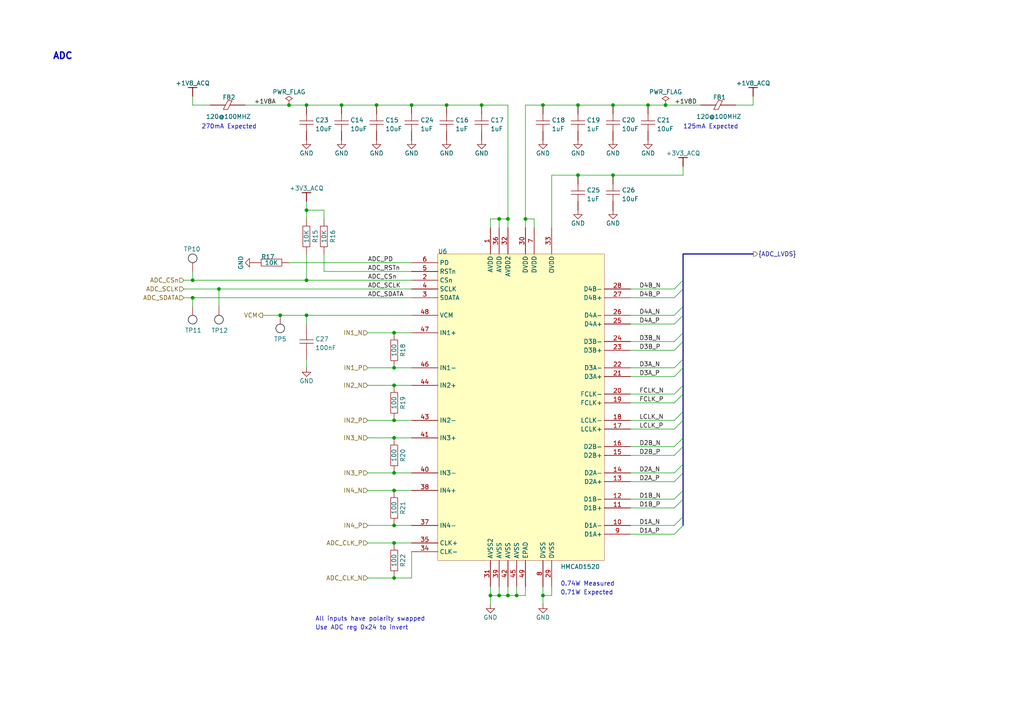
<source format=kicad_sch>
(kicad_sch (version 20250114) (generator "eeschema") (generator_version "9.0")
  (paper "A4")
  (title_block (title "ThunderScope") (rev "5.2") (company "EEVengers") (comment 1 "Aleksa Bjelogrlic"))
  (lib_symbols
    (symbol "Thunderscope_Rev5:+1V8_ACQ_BAR" (power)
      (property "Value" "+1V8_ACQ" (at 0 -3.81 0))
      (symbol "+1V8_ACQ_BAR_0_0"
        (polyline (pts (xy -1.27 -2.54) (xy 1.27 -2.54)) (stroke (width 0.254)))
        (polyline (pts (xy 0 0) (xy 0 -2.54)) (stroke (width 0.254)))
        (pin power_in line (at 0 0 0) (length 0) (hide yes) (name "+1V8_ACQ") (number ""))
      )
    )
    (symbol "Thunderscope_Rev5:+3V3_ACQ_BAR" (power)
      (property "Value" "+3V3_ACQ" (at 0 -3.81 0))
      (symbol "+3V3_ACQ_BAR_0_0"
        (polyline (pts (xy -1.27 -2.54) (xy 1.27 -2.54)) (stroke (width 0.254)))
        (polyline (pts (xy 0 0) (xy 0 -2.54)) (stroke (width 0.254)))
        (pin power_in line (at 0 0 0) (length 0) (hide yes) (name "+2V5_ACQ") (number ""))
      )
    )
    (symbol "Thunderscope_Rev5:CAP 100nF 16V X7R 0402" (pin_numbers (hide yes)) (pin_names (hide yes))
      (property "Reference" "C" (at 0 0 0))
      (property "Value" "100nF" (at 0 0 0))
      (symbol "CAP 100nF 16V X7R 0402_1_0"
        (polyline (pts (xy -2 0.5) (xy 2 0.5)))
        (polyline (pts (xy -2 -0.5) (xy 2 -0.5)))
        (polyline (pts (xy 0 2.54) (xy 0 0.5)))
        (polyline (pts (xy 0 -2.54) (xy 0 -0.5)))
        (pin passive line (at 0 5.08 270) (length 2.54) (name "2") (number "2"))
        (pin passive line (at 0 -5.08 90) (length 2.54) (name "1") (number "1"))
      )
    )
    (symbol "Thunderscope_Rev5:CAP 10uF 25V X5R 0603" (pin_numbers (hide yes)) (pin_names (hide yes))
      (property "Reference" "C" (at 0 0 0))
      (property "Value" "10uF" (at 0 0 0))
      (symbol "CAP 10uF 25V X5R 0603_1_0"
        (polyline (pts (xy -2 0.5) (xy 2 0.5)))
        (polyline (pts (xy -2 -0.5) (xy 2 -0.5)))
        (polyline (pts (xy 0 2.54) (xy 0 0.5)))
        (polyline (pts (xy 0 -2.54) (xy 0 -0.5)))
        (pin passive line (at 0 5.08 270) (length 2.54) (name "2") (number "2"))
        (pin passive line (at 0 -5.08 90) (length 2.54) (name "1") (number "1"))
      )
    )
    (symbol "Thunderscope_Rev5:CAP 1uF 25V X5R 0402" (pin_numbers (hide yes)) (pin_names (hide yes))
      (property "Reference" "C" (at 0 0 0))
      (property "Value" "1uF" (at 0 0 0))
      (symbol "CAP 1uF 25V X5R 0402_1_0"
        (polyline (pts (xy 0 2.54) (xy 0 0.5)))
        (polyline (pts (xy 0 -2.54) (xy 0 -0.5)))
        (polyline (pts (xy 2 0.5) (xy -2 0.5)))
        (polyline (pts (xy 2 -0.5) (xy -2 -0.5)))
        (pin passive line (at 0 5.08 270) (length 2.54) (name "1") (number "1"))
        (pin passive line (at 0 -5.08 90) (length 2.54) (name "2") (number "2"))
      )
    )
    (symbol "Thunderscope_Rev5:FERRITE BEAD 120 OHM 0402" (pin_numbers (hide yes)) (pin_names (hide yes))
      (property "Reference" "F" (at 0 0 0))
      (property "Value" "120@100MHZ" (at 0 0 0))
      (symbol "FERRITE BEAD 120 OHM 0402_1_0"
        (polyline (pts (xy 0 1.27) (xy -1.27 -1.27) (xy 0 -1.27) (xy 1.27 1.27) (xy 0 1.27)))
        (pin passive line (at -5.08 0 0) (length 4.445) (name "1") (number "1"))
        (pin passive line (at 5.08 0 180) (length 4.445) (name "2") (number "2"))
      )
    )
    (symbol "Thunderscope_Rev5:GND" (power) (pin_numbers (hide yes)) (pin_names (offset 0) (hide yes))
      (property "Value" "GND" (at 0 -3.81 0))
      (symbol "GND_0_1"
        (polyline (pts (xy 0 0) (xy 0 -1.27) (xy 1.27 -1.27) (xy 0 -2.54) (xy -1.27 -1.27) (xy 0 -1.27)))
      )
      (symbol "GND_1_1"
        (pin power_in line (at 0 0 270) (length 0) (name "~") (number "1"))
      )
    )
    (symbol "Thunderscope_Rev5:IC ADC HMCAD1520"
      (property "Reference" "U" (at 0 0 0))
      (property "Value" "HMCAD1520" (at 0 0 0))
      (symbol "IC ADC HMCAD1520_1_0"
        (rectangle (start 25.4 45.72) (end -22.86 -43.18) (stroke (width 0.0254) (color 128 0 0 1)) (fill (type background)))
        (pin input line (at -30.48 43.18 0) (length 7.62) (name "PD") (number "6"))
        (pin input line (at -30.48 40.64 0) (length 7.62) (name "RSTn") (number "5"))
        (pin input line (at -30.48 38.1 0) (length 7.62) (name "CSn") (number "2"))
        (pin input line (at -30.48 35.56 0) (length 7.62) (name "SCLK") (number "4"))
        (pin bidirectional line (at -30.48 33.02 0) (length 7.62) (name "SDATA") (number "3"))
        (pin output line (at -30.48 27.94 0) (length 7.62) (name "VCM") (number "48"))
        (pin input line (at -30.48 22.86 0) (length 7.62) (name "IN1+") (number "47"))
        (pin input line (at -30.48 12.7 0) (length 7.62) (name "IN1-") (number "46"))
        (pin input line (at -30.48 7.62 0) (length 7.62) (name "IN2+") (number "44"))
        (pin input line (at -30.48 -2.54 0) (length 7.62) (name "IN2-") (number "43"))
        (pin input line (at -30.48 -7.62 0) (length 7.62) (name "IN3+") (number "41"))
        (pin input line (at -30.48 -17.78 0) (length 7.62) (name "IN3-") (number "40"))
        (pin input line (at -30.48 -22.86 0) (length 7.62) (name "IN4+") (number "38"))
        (pin input line (at -30.48 -33.02 0) (length 7.62) (name "IN4-") (number "37"))
        (pin input line (at -30.48 -38.1 0) (length 7.62) (name "CLK+") (number "35"))
        (pin input line (at -30.48 -40.64 0) (length 7.62) (name "CLK-") (number "34"))
        (pin power_in line (at -7.62 53.34 270) (length 7.62) (name "AVDD") (number "1"))
        (pin power_in line (at -7.62 -50.8 90) (length 7.62) (name "AVSS2") (number "31"))
        (pin power_in line (at -5.08 53.34 270) (length 7.62) (name "AVDD") (number "36"))
        (pin power_in line (at -5.08 -50.8 90) (length 7.62) (name "AVSS") (number "39"))
        (pin power_in line (at -2.54 53.34 270) (length 7.62) (name "AVDD2") (number "32"))
        (pin power_in line (at -2.54 -50.8 90) (length 7.62) (name "AVSS") (number "42"))
        (pin power_in line (at 0 -50.8 90) (length 7.62) (name "AVSS") (number "45"))
        (pin power_in line (at 2.54 53.34 270) (length 7.62) (name "DVDD") (number "30"))
        (pin power_in line (at 2.54 -50.8 90) (length 7.62) (name "EPAD") (number "49"))
        (pin power_in line (at 5.08 53.34 270) (length 7.62) (name "DVDD") (number "7"))
        (pin power_in line (at 7.62 -50.8 90) (length 7.62) (name "DVSS") (number "8"))
        (pin power_in line (at 10.16 53.34 270) (length 7.62) (name "OVDD") (number "33"))
        (pin power_in line (at 10.16 -50.8 90) (length 7.62) (name "DVSS") (number "29"))
        (pin output line (at 33.02 35.56 180) (length 7.62) (name "D4B-") (number "28"))
        (pin output line (at 33.02 33.02 180) (length 7.62) (name "D4B+") (number "27"))
        (pin output line (at 33.02 27.94 180) (length 7.62) (name "D4A-") (number "26"))
        (pin output line (at 33.02 25.4 180) (length 7.62) (name "D4A+") (number "25"))
        (pin output line (at 33.02 20.32 180) (length 7.62) (name "D3B-") (number "24"))
        (pin output line (at 33.02 17.78 180) (length 7.62) (name "D3B+") (number "23"))
        (pin output line (at 33.02 12.7 180) (length 7.62) (name "D3A-") (number "22"))
        (pin output line (at 33.02 10.16 180) (length 7.62) (name "D3A+") (number "21"))
        (pin output line (at 33.02 5.08 180) (length 7.62) (name "FCLK-") (number "20"))
        (pin output line (at 33.02 2.54 180) (length 7.62) (name "FCLK+") (number "19"))
        (pin output line (at 33.02 -2.54 180) (length 7.62) (name "LCLK-") (number "18"))
        (pin output line (at 33.02 -5.08 180) (length 7.62) (name "LCLK+") (number "17"))
        (pin output line (at 33.02 -10.16 180) (length 7.62) (name "D2B-") (number "16"))
        (pin output line (at 33.02 -12.7 180) (length 7.62) (name "D2B+") (number "15"))
        (pin output line (at 33.02 -17.78 180) (length 7.62) (name "D2A-") (number "14"))
        (pin output line (at 33.02 -20.32 180) (length 7.62) (name "D2A+") (number "13"))
        (pin output line (at 33.02 -25.4 180) (length 7.62) (name "D1B-") (number "12"))
        (pin output line (at 33.02 -27.94 180) (length 7.62) (name "D1B+") (number "11"))
        (pin output line (at 33.02 -33.02 180) (length 7.62) (name "D1A-") (number "10"))
        (pin output line (at 33.02 -35.56 180) (length 7.62) (name "D1A+") (number "9"))
      )
    )
    (symbol "Thunderscope_Rev5:RES 100 OHM 1% 1/10W 0402" (pin_numbers (hide yes)) (pin_names (hide yes))
      (property "Reference" "R" (at 0 0 0))
      (property "Value" "100" (at 0 0 0))
      (symbol "RES 100 OHM 1% 1/10W 0402_1_0"
        (rectangle (start 3 0.976) (end -3 -1.056))
        (pin passive line (at -5.08 0 0) (length 2) (name "1") (number "1"))
        (pin passive line (at 5.08 0 180) (length 2) (name "2") (number "2"))
      )
    )
    (symbol "Thunderscope_Rev5:RES 10K OHM 1% 1/10W 0402" (pin_numbers (hide yes)) (pin_names (hide yes))
      (property "Reference" "R" (at 0 0 0))
      (property "Value" "10K" (at 0 0 0))
      (symbol "RES 10K OHM 1% 1/10W 0402_1_0"
        (rectangle (start 3 1.056) (end -3 -0.976))
        (pin passive line (at -5.08 0 0) (length 2) (name "2") (number "2"))
        (pin passive line (at 5.08 0 180) (length 2) (name "1") (number "1"))
      )
    )
    (symbol "Thunderscope_Rev5:TP PCB 1mm" (pin_numbers (hide yes)) (pin_names (hide yes))
      (property "Reference" "T" (at 0 0 0))
      (symbol "TP PCB 1mm_1_0"
        (circle (center 3.81 0) (radius 1.27) (stroke (width 0) (color 0 0 0 1)))
        (pin passive line (at 0 0 0) (length 2.54) (name "1") (number "1"))
      )
    )
    (symbol "power:PWR_FLAG" (power) (pin_numbers (hide yes)) (pin_names (offset 0) (hide yes))
      (property "Value" "PWR_FLAG" (at 0 3.81 0))
      (symbol "PWR_FLAG_0_0"
        (pin power_out line (at 0 0 90) (length 0) (name "~") (number "1"))
      )
      (symbol "PWR_FLAG_0_1"
        (polyline (pts (xy 0 0) (xy 0 1.27) (xy -1.016 1.905) (xy 0 2.54) (xy 1.016 1.905) (xy 0 1.27)))
      )
    )
  )
  (bus_alias "ADC_LVDS" (members "D4B_N" "D4B_P" "D4A_N" "D4A_P" "D3B_N" "D3B_P" "D3A_N" "D3A_P" "FCLK_N" "FCLK_P" "LCLK_N" "LCLK_P" "D2B_N" "D2B_P" "D2A_N" "D2A_P" "D1B_N" "D1B_P" "D1A_N" "D1A_P"))
  (text "270mA Expected" (at 58.42 36.83 0) (effects (font (size 1.27 1.27) (thickness 0.1588)) (justify left)))
  (text "Use ADC reg 0x24 to invert" (at 91.44 182.88 0) (effects (font (size 1.27 1.27)) (justify left bottom)))
  (text "125mA Expected" (at 198.12 36.83 0) (effects (font (size 1.27 1.27) (thickness 0.1588)) (justify left)))
  (text "ADC" (at 15.24 15.24 0) (effects (font (size 1.905 1.905) (thickness 0.381) (bold yes)) (justify left top)))
  (text "0.74W Measured" (at 162.56 170.18 0) (effects (font (size 1.27 1.27) (thickness 0.1588)) (justify left bottom)))
  (text "All inputs have polarity swapped" (at 91.44 180.34 0) (effects (font (size 1.27 1.27)) (justify left bottom)))
  (text "0.71W Expected" (at 162.56 172.72 0) (effects (font (size 1.27 1.27) (thickness 0.1588)) (justify left bottom)))
  (junction (at 177.8 50.8))
  (junction (at 83.82 30.48))
  (junction (at 114.3 167.64))
  (junction (at 157.48 30.48))
  (junction (at 157.48 172.72))
  (junction (at 142.24 172.72))
  (junction (at 152.4 63.5))
  (junction (at 177.8 30.48))
  (junction (at 144.78 63.5))
  (junction (at 114.3 106.68))
  (junction (at 129.54 30.48))
  (junction (at 81.28 91.44))
  (junction (at 88.9 60.96))
  (junction (at 63.5 83.82))
  (junction (at 139.7 30.48))
  (junction (at 88.9 91.44))
  (junction (at 114.3 157.48))
  (junction (at 114.3 142.24))
  (junction (at 144.78 172.72))
  (junction (at 55.88 86.36))
  (junction (at 114.3 137.16))
  (junction (at 114.3 127))
  (junction (at 193.04 30.48))
  (junction (at 109.22 30.48))
  (junction (at 147.32 172.72))
  (junction (at 147.32 63.5))
  (junction (at 114.3 152.4))
  (junction (at 55.88 81.28))
  (junction (at 119.38 30.48))
  (junction (at 88.9 30.48))
  (junction (at 167.64 30.48))
  (junction (at 114.3 121.92))
  (junction (at 114.3 96.52))
  (junction (at 88.9 81.28))
  (junction (at 149.86 172.72))
  (junction (at 167.64 50.8))
  (junction (at 99.06 30.48))
  (junction (at 187.96 30.48))
  (junction (at 114.3 111.76))
  (bus_entry (at 195.58 139.7) (size 2.54 -2.54))
  (bus_entry (at 195.58 121.92) (size 2.54 -2.54))
  (bus_entry (at 195.58 86.36) (size 2.54 -2.54))
  (bus_entry (at 195.58 114.3) (size 2.54 -2.54))
  (bus_entry (at 195.58 129.54) (size 2.54 -2.54))
  (bus_entry (at 195.58 91.44) (size 2.54 -2.54))
  (bus_entry (at 195.58 124.46) (size 2.54 -2.54))
  (bus_entry (at 195.58 132.08) (size 2.54 -2.54))
  (bus_entry (at 195.58 144.78) (size 2.54 -2.54))
  (bus_entry (at 195.58 116.84) (size 2.54 -2.54))
  (bus_entry (at 195.58 106.68) (size 2.54 -2.54))
  (bus_entry (at 195.58 147.32) (size 2.54 -2.54))
  (bus_entry (at 195.58 93.98) (size 2.54 -2.54))
  (bus_entry (at 195.58 154.94) (size 2.54 -2.54))
  (bus_entry (at 195.58 99.06) (size 2.54 -2.54))
  (bus_entry (at 195.58 83.82) (size 2.54 -2.54))
  (bus_entry (at 195.58 109.22) (size 2.54 -2.54))
  (bus_entry (at 195.58 137.16) (size 2.54 -2.54))
  (bus_entry (at 195.58 152.4) (size 2.54 -2.54))
  (bus_entry (at 195.58 101.6) (size 2.54 -2.54))
  (wire (pts (xy 106.68 106.68) (xy 114.3 106.68)))
  (wire (pts (xy 144.78 63.5) (xy 144.78 66.04)))
  (wire (pts (xy 53.34 83.82) (xy 63.5 83.82)))
  (wire (pts (xy 142.24 175.26) (xy 142.24 172.72)))
  (wire (pts (xy 149.86 170.18) (xy 149.86 172.72)))
  (wire (pts (xy 152.4 66.04) (xy 152.4 63.5)))
  (wire (pts (xy 88.9 60.96) (xy 93.98 60.96)))
  (wire (pts (xy 149.86 172.72) (xy 147.32 172.72)))
  (wire (pts (xy 182.88 86.36) (xy 195.58 86.36)))
  (wire (pts (xy 88.9 93.98) (xy 88.9 91.44)))
  (bus (pts (xy 198.12 73.66) (xy 218.44 73.66)))
  (wire (pts (xy 114.3 152.4) (xy 119.38 152.4)))
  (wire (pts (xy 88.9 81.28) (xy 119.38 81.28)))
  (bus (pts (xy 198.12 127) (xy 198.12 129.54)))
  (wire (pts (xy 144.78 170.18) (xy 144.78 172.72)))
  (bus (pts (xy 198.12 114.3) (xy 198.12 119.38)))
  (wire (pts (xy 187.96 30.48) (xy 177.8 30.48)))
  (bus (pts (xy 198.12 111.76) (xy 198.12 114.3)))
  (wire (pts (xy 198.12 50.8) (xy 177.8 50.8)))
  (bus (pts (xy 198.12 83.82) (xy 198.12 88.9)))
  (wire (pts (xy 160.02 50.8) (xy 160.02 66.04)))
  (wire (pts (xy 81.28 91.44) (xy 88.9 91.44)))
  (wire (pts (xy 152.4 63.5) (xy 154.94 63.5)))
  (wire (pts (xy 106.68 157.48) (xy 114.3 157.48)))
  (bus (pts (xy 198.12 129.54) (xy 198.12 134.62)))
  (wire (pts (xy 177.8 30.48) (xy 167.64 30.48)))
  (wire (pts (xy 88.9 63.5) (xy 88.9 60.96)))
  (wire (pts (xy 88.9 30.48) (xy 99.06 30.48)))
  (wire (pts (xy 63.5 83.82) (xy 119.38 83.82)))
  (wire (pts (xy 109.22 30.48) (xy 119.38 30.48)))
  (wire (pts (xy 114.3 121.92) (xy 119.38 121.92)))
  (wire (pts (xy 106.68 121.92) (xy 114.3 121.92)))
  (wire (pts (xy 93.98 60.96) (xy 93.98 63.5)))
  (wire (pts (xy 106.68 152.4) (xy 114.3 152.4)))
  (wire (pts (xy 106.68 142.24) (xy 114.3 142.24)))
  (wire (pts (xy 53.34 86.36) (xy 55.88 86.36)))
  (wire (pts (xy 198.12 48.26) (xy 198.12 50.8)))
  (wire (pts (xy 195.58 99.06) (xy 182.88 99.06)))
  (wire (pts (xy 182.88 116.84) (xy 195.58 116.84)))
  (wire (pts (xy 106.68 127) (xy 114.3 127)))
  (bus (pts (xy 198.12 121.92) (xy 198.12 127)))
  (wire (pts (xy 88.9 81.28) (xy 88.9 73.66)))
  (bus (pts (xy 198.12 88.9) (xy 198.12 91.44)))
  (bus (pts (xy 198.12 81.28) (xy 198.12 83.82)))
  (wire (pts (xy 177.8 50.8) (xy 167.64 50.8)))
  (wire (pts (xy 109.22 30.48) (xy 99.06 30.48)))
  (bus (pts (xy 198.12 149.86) (xy 198.12 152.4)))
  (wire (pts (xy 152.4 172.72) (xy 149.86 172.72)))
  (wire (pts (xy 195.58 106.68) (xy 182.88 106.68)))
  (bus (pts (xy 198.12 104.14) (xy 198.12 106.68)))
  (wire (pts (xy 182.88 139.7) (xy 195.58 139.7)))
  (wire (pts (xy 160.02 172.72) (xy 157.48 172.72)))
  (wire (pts (xy 152.4 170.18) (xy 152.4 172.72)))
  (bus (pts (xy 198.12 73.66) (xy 198.12 81.28)))
  (wire (pts (xy 195.58 137.16) (xy 182.88 137.16)))
  (wire (pts (xy 114.3 142.24) (xy 119.38 142.24)))
  (wire (pts (xy 106.68 96.52) (xy 114.3 96.52)))
  (wire (pts (xy 76.2 91.44) (xy 81.28 91.44)))
  (wire (pts (xy 139.7 30.48) (xy 129.54 30.48)))
  (bus (pts (xy 198.12 91.44) (xy 198.12 96.52)))
  (bus (pts (xy 198.12 119.38) (xy 198.12 121.92)))
  (wire (pts (xy 147.32 30.48) (xy 139.7 30.48)))
  (wire (pts (xy 88.9 91.44) (xy 119.38 91.44)))
  (wire (pts (xy 195.58 91.44) (xy 182.88 91.44)))
  (wire (pts (xy 182.88 124.46) (xy 195.58 124.46)))
  (wire (pts (xy 63.5 88.9) (xy 63.5 83.82)))
  (wire (pts (xy 157.48 172.72) (xy 157.48 170.18)))
  (wire (pts (xy 114.3 167.64) (xy 119.38 167.64)))
  (wire (pts (xy 147.32 30.48) (xy 147.32 63.5)))
  (wire (pts (xy 119.38 78.74) (xy 93.98 78.74)))
  (wire (pts (xy 195.58 144.78) (xy 182.88 144.78)))
  (wire (pts (xy 195.58 114.3) (xy 182.88 114.3)))
  (wire (pts (xy 213.36 30.48) (xy 218.44 30.48)))
  (wire (pts (xy 106.68 111.76) (xy 114.3 111.76)))
  (wire (pts (xy 106.68 137.16) (xy 114.3 137.16)))
  (wire (pts (xy 203.2 30.48) (xy 193.04 30.48)))
  (wire (pts (xy 187.96 30.48) (xy 193.04 30.48)))
  (wire (pts (xy 160.02 170.18) (xy 160.02 172.72)))
  (wire (pts (xy 142.24 66.04) (xy 142.24 63.5)))
  (wire (pts (xy 144.78 63.5) (xy 147.32 63.5)))
  (wire (pts (xy 195.58 83.82) (xy 182.88 83.82)))
  (wire (pts (xy 167.64 50.8) (xy 160.02 50.8)))
  (wire (pts (xy 195.58 129.54) (xy 182.88 129.54)))
  (wire (pts (xy 88.9 60.96) (xy 88.9 58.42)))
  (wire (pts (xy 147.32 63.5) (xy 147.32 66.04)))
  (wire (pts (xy 182.88 154.94) (xy 195.58 154.94)))
  (wire (pts (xy 152.4 30.48) (xy 152.4 63.5)))
  (wire (pts (xy 55.88 78.74) (xy 55.88 81.28)))
  (wire (pts (xy 182.88 101.6) (xy 195.58 101.6)))
  (wire (pts (xy 142.24 172.72) (xy 144.78 172.72)))
  (wire (pts (xy 114.3 106.68) (xy 119.38 106.68)))
  (wire (pts (xy 83.82 30.48) (xy 88.9 30.48)))
  (wire (pts (xy 119.38 167.64) (xy 119.38 160.02)))
  (wire (pts (xy 167.64 30.48) (xy 157.48 30.48)))
  (wire (pts (xy 53.34 81.28) (xy 55.88 81.28)))
  (wire (pts (xy 114.3 127) (xy 119.38 127)))
  (wire (pts (xy 55.88 88.9) (xy 55.88 86.36)))
  (wire (pts (xy 71.12 30.48) (xy 83.82 30.48)))
  (wire (pts (xy 182.88 147.32) (xy 195.58 147.32)))
  (bus (pts (xy 198.12 144.78) (xy 198.12 149.86)))
  (bus (pts (xy 198.12 99.06) (xy 198.12 104.14)))
  (wire (pts (xy 182.88 132.08) (xy 195.58 132.08)))
  (wire (pts (xy 142.24 63.5) (xy 144.78 63.5)))
  (wire (pts (xy 55.88 27.94) (xy 55.88 30.48)))
  (bus (pts (xy 198.12 137.16) (xy 198.12 142.24)))
  (wire (pts (xy 55.88 86.36) (xy 119.38 86.36)))
  (bus (pts (xy 198.12 142.24) (xy 198.12 144.78)))
  (bus (pts (xy 198.12 96.52) (xy 198.12 99.06)))
  (wire (pts (xy 55.88 30.48) (xy 60.96 30.48)))
  (wire (pts (xy 182.88 109.22) (xy 195.58 109.22)))
  (wire (pts (xy 93.98 78.74) (xy 93.98 73.66)))
  (wire (pts (xy 157.48 30.48) (xy 152.4 30.48)))
  (wire (pts (xy 144.78 172.72) (xy 147.32 172.72)))
  (wire (pts (xy 154.94 63.5) (xy 154.94 66.04)))
  (wire (pts (xy 114.3 137.16) (xy 119.38 137.16)))
  (wire (pts (xy 129.54 30.48) (xy 119.38 30.48)))
  (wire (pts (xy 147.32 170.18) (xy 147.32 172.72)))
  (wire (pts (xy 114.3 157.48) (xy 119.38 157.48)))
  (wire (pts (xy 218.44 30.48) (xy 218.44 27.94)))
  (bus (pts (xy 198.12 106.68) (xy 198.12 111.76)))
  (wire (pts (xy 114.3 111.76) (xy 119.38 111.76)))
  (bus (pts (xy 198.12 134.62) (xy 198.12 137.16)))
  (wire (pts (xy 119.38 76.2) (xy 83.82 76.2)))
  (wire (pts (xy 157.48 172.72) (xy 157.48 175.26)))
  (wire (pts (xy 195.58 152.4) (xy 182.88 152.4)))
  (wire (pts (xy 182.88 93.98) (xy 195.58 93.98)))
  (wire (pts (xy 55.88 81.28) (xy 88.9 81.28)))
  (wire (pts (xy 88.9 106.68) (xy 88.9 104.14)))
  (wire (pts (xy 142.24 172.72) (xy 142.24 170.18)))
  (wire (pts (xy 114.3 96.52) (xy 119.38 96.52)))
  (wire (pts (xy 106.68 167.64) (xy 114.3 167.64)))
  (wire (pts (xy 195.58 121.92) (xy 182.88 121.92)))
  (label "FCLK_N" (at 185.42 114.3 0))
  (label "D1A_N" (at 185.42 152.4 0))
  (label "LCLK_N" (at 185.42 121.92 0))
  (label "D2B_P" (at 185.42 132.08 0))
  (label "D3A_P" (at 185.42 109.22 0))
  (label "D4B_N" (at 185.42 83.82 0))
  (label "ADC_CSn" (at 106.68 81.28 0))
  (label "FCLK_P" (at 185.42 116.84 0))
  (label "D4A_P" (at 185.42 93.98 0))
  (label "ADC_SCLK" (at 106.68 83.82 0))
  (label "D3B_N" (at 185.42 99.06 0))
  (label "D3B_P" (at 185.42 101.6 0))
  (label "D4B_P" (at 185.42 86.36 0))
  (label "D2B_N" (at 185.42 129.54 0))
  (label "D2A_P" (at 185.42 139.7 0))
  (label "+1V8D" (at 195.58 30.48 0))
  (label "D1A_P" (at 185.42 154.94 0))
  (label "ADC_SDATA" (at 106.68 86.36 0))
  (label "D3A_N" (at 185.42 106.68 0))
  (label "D2A_N" (at 185.42 137.16 0))
  (label "ADC_PD" (at 106.68 76.2 0))
  (label "D1B_P" (at 185.42 147.32 0))
  (label "ADC_RSTn" (at 106.68 78.74 0))
  (label "+1V8A" (at 73.66 30.48 0))
  (label "LCLK_P" (at 185.42 124.46 0))
  (label "D1B_N" (at 185.42 144.78 0))
  (label "D4A_N" (at 185.42 91.44 0))
  (hierarchical_label "IN4_N" (shape input) (at 106.68 142.24 180))
  (hierarchical_label "IN3_P" (shape input) (at 106.68 137.16 180))
  (hierarchical_label "ADC_CSn" (shape input) (at 53.34 81.28 180))
  (hierarchical_label "{ADC_LVDS}" (shape output) (at 218.44 73.66 0))
  (hierarchical_label "IN2_P" (shape input) (at 106.68 121.92 180))
  (hierarchical_label "IN1_P" (shape input) (at 106.68 106.68 180))
  (hierarchical_label "IN3_N" (shape input) (at 106.68 127 180))
  (hierarchical_label "ADC_CLK_N" (shape input) (at 106.68 167.64 180))
  (hierarchical_label "ADC_SDATA" (shape input) (at 53.34 86.36 180))
  (hierarchical_label "IN1_N" (shape input) (at 106.68 96.52 180))
  (hierarchical_label "IN2_N" (shape input) (at 106.68 111.76 180))
  (hierarchical_label "ADC_SCLK" (shape input) (at 53.34 83.82 180))
  (hierarchical_label "IN4_P" (shape input) (at 106.68 152.4 180))
  (hierarchical_label "VCM" (shape output) (at 76.2 91.44 180))
  (hierarchical_label "ADC_CLK_P" (shape input) (at 106.68 157.48 180))
  (symbol (lib_id "Thunderscope_Rev5:RES 100 OHM 1% 1/10W 0402") (at 114.3 101.6 90) (unit 1)
    (property "Reference" "R18" (at 116.84 101.6 0))
    (property "Value" "100" (at 114.3 101.6 0))
    (property "Footprint" "Thunderscope_Rev5:GEN_R_0402" (effects (hide yes)))
    (property "TOLERANCE" "1%" (effects (hide yes)))
    (property "PACKAGE" "0402" (effects (hide yes)))
    (property "SUPPLIER 1" "Mouser" (effects (hide yes)))
    (property "SUPPLIER PART NUMBER 1" "603-RC0402FR-07100RL" (effects (hide yes)))
    (property "MANUFACTURER" "Yageo" (effects (hide yes)))
    (property "MANUFACTURER PART NUMBER" "RC0402FR-07100RL" (effects (hide yes)))
  )
  (symbol (lib_id "Thunderscope_Rev5:CAP 1uF 25V X5R 0402") (at 139.7 35.56 0) (unit 1)
    (property "Reference" "C17" (at 142.24 35.56 0) (effects (justify left bottom)))
    (property "Value" "1uF" (at 142.24 38.1 0) (effects (justify left bottom)))
    (property "Footprint" "Thunderscope_Rev5:GEN_C_0402" (effects (hide yes)))
    (property "PACKAGE" "0402" (effects (hide yes)))
    (property "VOLTAGE RATING" "25V" (effects (hide yes)))
    (property "SUPPLIER 1" "Mouser" (effects (hide yes)))
    (property "SUPPLIER PART NUMBER 1" "81-GRM155R61E105KA2D" (effects (hide yes)))
    (property "MANUFACTURER" "Murata" (effects (hide yes)))
    (property "MANUFACTURER PART NUMBER" "GRM155R61E105KA12D" (effects (hide yes)))
  )
  (symbol (lib_id "Thunderscope_Rev5:CAP 10uF 25V X5R 0603") (at 99.06 35.56 0) (unit 1)
    (property "Reference" "C14" (at 101.6 35.56 0) (effects (justify left bottom)))
    (property "Value" "10uF" (at 101.6 38.1 0) (effects (justify left bottom)))
    (property "Footprint" "Thunderscope_Rev5:GEN_C_0603" (effects (hide yes)))
    (property "PACKAGE" "0402" (effects (hide yes)))
    (property "VOLTAGE RATING" "25V" (effects (hide yes)))
    (property "SUPPLIER 1" "Mouser" (effects (hide yes)))
    (property "SUPPLIER PART NUMBER 1" "81-GRM188R61E106MA3D" (effects (hide yes)))
    (property "MANUFACTURER" "Murata" (effects (hide yes)))
    (property "MANUFACTURER PART NUMBER" "GRM188R61E106MA73D" (effects (hide yes)))
  )
  (symbol (lib_id "Thunderscope_Rev5:CAP 1uF 25V X5R 0402") (at 167.64 55.88 0) (unit 1)
    (property "Reference" "C25" (at 170.18 55.88 0) (effects (justify left bottom)))
    (property "Value" "1uF" (at 170.18 58.42 0) (effects (justify left bottom)))
    (property "Footprint" "Thunderscope_Rev5:GEN_C_0402" (effects (hide yes)))
    (property "PACKAGE" "0402" (effects (hide yes)))
    (property "VOLTAGE RATING" "25V" (effects (hide yes)))
    (property "SUPPLIER 1" "Mouser" (effects (hide yes)))
    (property "SUPPLIER PART NUMBER 1" "81-GRM155R61E105KA2D" (effects (hide yes)))
    (property "MANUFACTURER" "Murata" (effects (hide yes)))
    (property "MANUFACTURER PART NUMBER" "GRM155R61E105KA12D" (effects (hide yes)))
  )
  (symbol (lib_id "Thunderscope_Rev5:CAP 10uF 25V X5R 0603") (at 109.22 35.56 0) (unit 1)
    (property "Reference" "C15" (at 111.76 35.56 0) (effects (justify left bottom)))
    (property "Value" "10uF" (at 111.76 38.1 0) (effects (justify left bottom)))
    (property "Footprint" "Thunderscope_Rev5:GEN_C_0603" (effects (hide yes)))
    (property "PACKAGE" "0402" (effects (hide yes)))
    (property "VOLTAGE RATING" "25V" (effects (hide yes)))
    (property "SUPPLIER 1" "Mouser" (effects (hide yes)))
    (property "SUPPLIER PART NUMBER 1" "81-GRM188R61E106MA3D" (effects (hide yes)))
    (property "MANUFACTURER" "Murata" (effects (hide yes)))
    (property "MANUFACTURER PART NUMBER" "GRM188R61E106MA73D" (effects (hide yes)))
  )
  (symbol (lib_id "Thunderscope_Rev5:CAP 1uF 25V X5R 0402") (at 157.48 35.56 0) (unit 1)
    (property "Reference" "C18" (at 160.02 35.56 0) (effects (justify left bottom)))
    (property "Value" "1uF" (at 160.02 38.1 0) (effects (justify left bottom)))
    (property "Footprint" "Thunderscope_Rev5:GEN_C_0402" (effects (hide yes)))
    (property "PACKAGE" "0402" (effects (hide yes)))
    (property "VOLTAGE RATING" "25V" (effects (hide yes)))
    (property "SUPPLIER 1" "Mouser" (effects (hide yes)))
    (property "SUPPLIER PART NUMBER 1" "81-GRM155R61E105KA2D" (effects (hide yes)))
    (property "MANUFACTURER" "Murata" (effects (hide yes)))
    (property "MANUFACTURER PART NUMBER" "GRM155R61E105KA12D" (effects (hide yes)))
  )
  (symbol (lib_id "Thunderscope_Rev5:FERRITE BEAD 120 OHM 0402") (at 208.28 30.48 0) (unit 1)
    (property "Reference" "FB1" (at 206.756 28.956 0) (effects (justify left bottom)))
    (property "Value" "120@100MHZ" (at 201.93 34.544 0) (effects (justify left bottom)))
    (property "Footprint" "Thunderscope_Rev5:GEN_R_0402" (effects (hide yes)))
    (property "SUPPLIER 1" "Mouser" (effects (hide yes)))
    (property "SUPPLIER PART NUMBER 1" "81-BLM15PX121SN1D" (effects (hide yes)))
    (property "HOUSE PART NUMBER" "BLM15PX121SN1D" (effects (hide yes)))
    (property "MANUFACTURER" "Murata" (effects (hide yes)))
    (property "MANUFACTURER PART NUMBER" "BLM15PX121SN1D" (effects (hide yes)))
  )
  (symbol (lib_id "Thunderscope_Rev5:GND") (at 88.9 40.64 0) (unit 1)
    (property "Reference" "#PWR?" (effects (hide yes)))
    (property "Value" "GND" (at 88.9 44.45 0))
    (property "Description" "Power symbol creates a global label with name \"GND\" , ground" (effects (hide yes)))
  )
  (symbol (lib_id "Thunderscope_Rev5:CAP 10uF 25V X5R 0603") (at 177.8 55.88 0) (unit 1)
    (property "Reference" "C26" (at 180.34 55.88 0) (effects (justify left bottom)))
    (property "Value" "10uF" (at 180.34 58.42 0) (effects (justify left bottom)))
    (property "Footprint" "Thunderscope_Rev5:GEN_C_0603" (effects (hide yes)))
    (property "PACKAGE" "0402" (effects (hide yes)))
    (property "VOLTAGE RATING" "25V" (effects (hide yes)))
    (property "SUPPLIER 1" "Mouser" (effects (hide yes)))
    (property "SUPPLIER PART NUMBER 1" "81-GRM188R61E106MA3D" (effects (hide yes)))
    (property "MANUFACTURER" "Murata" (effects (hide yes)))
    (property "MANUFACTURER PART NUMBER" "GRM188R61E106MA73D" (effects (hide yes)))
  )
  (symbol (lib_id "Thunderscope_Rev5:CAP 1uF 25V X5R 0402") (at 119.38 35.56 0) (unit 1)
    (property "Reference" "C24" (at 121.92 35.56 0) (effects (justify left bottom)))
    (property "Value" "1uF" (at 121.92 38.1 0) (effects (justify left bottom)))
    (property "Footprint" "Thunderscope_Rev5:GEN_C_0402" (effects (hide yes)))
    (property "PACKAGE" "0402" (effects (hide yes)))
    (property "VOLTAGE RATING" "25V" (effects (hide yes)))
    (property "SUPPLIER 1" "Mouser" (effects (hide yes)))
    (property "SUPPLIER PART NUMBER 1" "81-GRM155R61E105KA2D" (effects (hide yes)))
    (property "MANUFACTURER" "Murata" (effects (hide yes)))
    (property "MANUFACTURER PART NUMBER" "GRM155R61E105KA12D" (effects (hide yes)))
  )
  (symbol (lib_id "Thunderscope_Rev5:CAP 1uF 25V X5R 0402") (at 167.64 35.56 0) (unit 1)
    (property "Reference" "C19" (at 170.18 35.56 0) (effects (justify left bottom)))
    (property "Value" "1uF" (at 170.18 38.1 0) (effects (justify left bottom)))
    (property "Footprint" "Thunderscope_Rev5:GEN_C_0402" (effects (hide yes)))
    (property "PACKAGE" "0402" (effects (hide yes)))
    (property "VOLTAGE RATING" "25V" (effects (hide yes)))
    (property "SUPPLIER 1" "Mouser" (effects (hide yes)))
    (property "SUPPLIER PART NUMBER 1" "81-GRM155R61E105KA2D" (effects (hide yes)))
    (property "MANUFACTURER" "Murata" (effects (hide yes)))
    (property "MANUFACTURER PART NUMBER" "GRM155R61E105KA12D" (effects (hide yes)))
  )
  (symbol (lib_id "Thunderscope_Rev5:GND") (at 157.48 175.26 0) (unit 1)
    (property "Reference" "#PWR?" (effects (hide yes)))
    (property "Value" "GND" (at 157.48 179.07 0))
    (property "Description" "Power symbol creates a global label with name \"GND\" , ground" (effects (hide yes)))
  )
  (symbol (lib_id "Thunderscope_Rev5:RES 100 OHM 1% 1/10W 0402") (at 114.3 116.84 90) (unit 1)
    (property "Reference" "R19" (at 116.84 116.84 0))
    (property "Value" "100" (at 114.3 116.84 0))
    (property "Footprint" "Thunderscope_Rev5:GEN_R_0402" (effects (hide yes)))
    (property "TOLERANCE" "1%" (effects (hide yes)))
    (property "PACKAGE" "0402" (effects (hide yes)))
    (property "SUPPLIER 1" "Mouser" (effects (hide yes)))
    (property "SUPPLIER PART NUMBER 1" "603-RC0402FR-07100RL" (effects (hide yes)))
    (property "MANUFACTURER" "Yageo" (effects (hide yes)))
    (property "MANUFACTURER PART NUMBER" "RC0402FR-07100RL" (effects (hide yes)))
  )
  (symbol (lib_id "Thunderscope_Rev5:GND") (at 99.06 40.64 0) (unit 1)
    (property "Reference" "#PWR?" (effects (hide yes)))
    (property "Value" "GND" (at 99.06 44.45 0))
    (property "Description" "Power symbol creates a global label with name \"GND\" , ground" (effects (hide yes)))
  )
  (symbol (lib_id "Thunderscope_Rev5:CAP 10uF 25V X5R 0603") (at 187.96 35.56 0) (unit 1)
    (property "Reference" "C21" (at 190.5 35.56 0) (effects (justify left bottom)))
    (property "Value" "10uF" (at 190.5 38.1 0) (effects (justify left bottom)))
    (property "Footprint" "Thunderscope_Rev5:GEN_C_0603" (effects (hide yes)))
    (property "PACKAGE" "0402" (effects (hide yes)))
    (property "VOLTAGE RATING" "25V" (effects (hide yes)))
    (property "SUPPLIER 1" "Mouser" (effects (hide yes)))
    (property "SUPPLIER PART NUMBER 1" "81-GRM188R61E106MA3D" (effects (hide yes)))
    (property "MANUFACTURER" "Murata" (effects (hide yes)))
    (property "MANUFACTURER PART NUMBER" "GRM188R61E106MA73D" (effects (hide yes)))
  )
  (symbol (lib_id "Thunderscope_Rev5:RES 100 OHM 1% 1/10W 0402") (at 114.3 162.56 90) (unit 1)
    (property "Reference" "R22" (at 116.84 162.56 0))
    (property "Value" "100" (at 114.3 162.56 0))
    (property "Footprint" "Thunderscope_Rev5:GEN_R_0402" (effects (hide yes)))
    (property "TOLERANCE" "1%" (effects (hide yes)))
    (property "PACKAGE" "0402" (effects (hide yes)))
    (property "SUPPLIER 1" "Mouser" (effects (hide yes)))
    (property "SUPPLIER PART NUMBER 1" "603-RC0402FR-07100RL" (effects (hide yes)))
    (property "MANUFACTURER" "Yageo" (effects (hide yes)))
    (property "MANUFACTURER PART NUMBER" "RC0402FR-07100RL" (effects (hide yes)))
  )
  (symbol (lib_id "Thunderscope_Rev5:GND") (at 167.64 60.96 0) (unit 1)
    (property "Reference" "#PWR?" (effects (hide yes)))
    (property "Value" "GND" (at 167.64 64.77 0))
    (property "Description" "Power symbol creates a global label with name \"GND\" , ground" (effects (hide yes)))
  )
  (symbol (lib_id "Thunderscope_Rev5:GND") (at 142.24 175.26 0) (unit 1)
    (property "Reference" "#PWR?" (effects (hide yes)))
    (property "Value" "GND" (at 142.24 179.07 0))
    (property "Description" "Power symbol creates a global label with name \"GND\" , ground" (effects (hide yes)))
  )
  (symbol (lib_id "Thunderscope_Rev5:CAP 100nF 16V X7R 0402") (at 88.9 99.06 0) (unit 1)
    (property "Reference" "C27" (at 91.44 99.06 0) (effects (justify left bottom)))
    (property "Value" "100nF" (at 91.44 101.6 0) (effects (justify left bottom)))
    (property "Footprint" "Thunderscope_Rev5:GEN_C_0402" (effects (hide yes)))
    (property "PACKAGE" "0402" (effects (hide yes)))
    (property "VOLTAGE RATING" "16V" (effects (hide yes)))
    (property "SUPPLIER 1" "Mouser" (effects (hide yes)))
    (property "SUPPLIER PART NUMBER 1" "81-GCM155R71C104KA5D" (effects (hide yes)))
    (property "HOUSE PART NUMBER" "C-100nF-0402-002" (effects (hide yes)))
    (property "MANUFACTURER" "Murata" (effects (hide yes)))
    (property "MANUFACTURER PART NUMBER" "GCM155R71C104KA55D" (effects (hide yes)))
  )
  (symbol (lib_id "Thunderscope_Rev5:TP PCB 1mm") (at 81.28 91.44 270) (unit 1) (in_bom no)
    (property "Reference" "TP5" (at 81.28 99.06 90) (effects (justify bottom)))
    (property "Value" "PCB" (effects (hide yes)))
    (property "Footprint" "Thunderscope_Rev5:GEN_TP_PCB" (effects (hide yes)))
  )
  (symbol (lib_id "Thunderscope_Rev5:+3V3_ACQ_BAR") (at 88.9 58.42 180) (unit 1)
    (property "Reference" "#PWR0247" (effects (hide yes)))
    (property "Value" "+3V3_ACQ" (at 88.9 54.61 0))
    (property "Description" "Power symbol creates a global label with name '+3V3_ACQ'" (effects (hide yes)))
  )
  (symbol (lib_id "Thunderscope_Rev5:GND") (at 129.54 40.64 0) (unit 1)
    (property "Reference" "#PWR?" (effects (hide yes)))
    (property "Value" "GND" (at 129.54 44.45 0))
    (property "Description" "Power symbol creates a global label with name \"GND\" , ground" (effects (hide yes)))
  )
  (symbol (lib_id "Thunderscope_Rev5:GND") (at 119.38 40.64 0) (unit 1)
    (property "Reference" "#PWR?" (effects (hide yes)))
    (property "Value" "GND" (at 119.38 44.45 0))
    (property "Description" "Power symbol creates a global label with name \"GND\" , ground" (effects (hide yes)))
  )
  (symbol (lib_id "Thunderscope_Rev5:GND") (at 73.66 76.2 270) (unit 1)
    (property "Reference" "#PWR?" (effects (hide yes)))
    (property "Value" "GND" (at 69.85 76.2 0))
    (property "Description" "Power symbol creates a global label with name \"GND\" , ground" (effects (hide yes)))
  )
  (symbol (lib_id "power:PWR_FLAG") (at 83.82 30.48 0) (unit 1)
    (property "Reference" "#FLG07" (effects (hide yes)))
    (property "Value" "PWR_FLAG" (at 83.82 26.67 0))
    (property "Description" "Special symbol for telling ERC where power comes from" (effects (hide yes)))
  )
  (symbol (lib_id "Thunderscope_Rev5:RES 10K OHM 1% 1/10W 0402") (at 93.98 68.58 90) (unit 1)
    (property "Reference" "R16" (at 96.52 68.58 0))
    (property "Value" "10K" (at 93.98 68.58 0))
    (property "Footprint" "Thunderscope_Rev5:GEN_R_0402" (effects (hide yes)))
    (property "TOLERANCE" "1%" (effects (hide yes)))
    (property "PACKAGE" "0402" (effects (hide yes)))
    (property "SUPPLIER 1" "Mouser" (effects (hide yes)))
    (property "SUPPLIER PART NUMBER 1" "667-ERJ-2RKF1002X" (effects (hide yes)))
    (property "MANUFACTURER" "Panasonic" (effects (hide yes)))
    (property "MANUFACTURER PART NUMBER" "ERJ-2RKF1002X" (effects (hide yes)))
  )
  (symbol (lib_id "Thunderscope_Rev5:GND") (at 177.8 60.96 0) (unit 1)
    (property "Reference" "#PWR?" (effects (hide yes)))
    (property "Value" "GND" (at 177.8 64.77 0))
    (property "Description" "Power symbol creates a global label with name \"GND\" , ground" (effects (hide yes)))
  )
  (symbol (lib_id "Thunderscope_Rev5:RES 10K OHM 1% 1/10W 0402") (at 78.74 76.2 0) (unit 1)
    (property "Reference" "R17" (at 75.74 75.224 0) (effects (justify left bottom)))
    (property "Value" "10K" (at 78.74 76.2 0))
    (property "Footprint" "Thunderscope_Rev5:GEN_R_0402" (effects (hide yes)))
    (property "TOLERANCE" "1%" (effects (hide yes)))
    (property "PACKAGE" "0402" (effects (hide yes)))
    (property "SUPPLIER 1" "Mouser" (effects (hide yes)))
    (property "SUPPLIER PART NUMBER 1" "667-ERJ-2RKF1002X" (effects (hide yes)))
    (property "MANUFACTURER" "Panasonic" (effects (hide yes)))
    (property "MANUFACTURER PART NUMBER" "ERJ-2RKF1002X" (effects (hide yes)))
  )
  (symbol (lib_id "Thunderscope_Rev5:CAP 1uF 25V X5R 0402") (at 129.54 35.56 0) (unit 1)
    (property "Reference" "C16" (at 132.08 35.56 0) (effects (justify left bottom)))
    (property "Value" "1uF" (at 132.08 38.1 0) (effects (justify left bottom)))
    (property "Footprint" "Thunderscope_Rev5:GEN_C_0402" (effects (hide yes)))
    (property "PACKAGE" "0402" (effects (hide yes)))
    (property "VOLTAGE RATING" "25V" (effects (hide yes)))
    (property "SUPPLIER 1" "Mouser" (effects (hide yes)))
    (property "SUPPLIER PART NUMBER 1" "81-GRM155R61E105KA2D" (effects (hide yes)))
    (property "MANUFACTURER" "Murata" (effects (hide yes)))
    (property "MANUFACTURER PART NUMBER" "GRM155R61E105KA12D" (effects (hide yes)))
  )
  (symbol (lib_id "Thunderscope_Rev5:FERRITE BEAD 120 OHM 0402") (at 66.04 30.48 0) (unit 1)
    (property "Reference" "FB2" (at 64.516 28.956 0) (effects (justify left bottom)))
    (property "Value" "120@100MHZ" (at 59.69 34.544 0) (effects (justify left bottom)))
    (property "Footprint" "Thunderscope_Rev5:GEN_R_0402" (effects (hide yes)))
    (property "SUPPLIER 1" "Mouser" (effects (hide yes)))
    (property "SUPPLIER PART NUMBER 1" "81-BLM15PX121SN1D" (effects (hide yes)))
    (property "HOUSE PART NUMBER" "BLM15PX121SN1D" (effects (hide yes)))
    (property "MANUFACTURER" "Murata" (effects (hide yes)))
    (property "MANUFACTURER PART NUMBER" "BLM15PX121SN1D" (effects (hide yes)))
  )
  (symbol (lib_id "Thunderscope_Rev5:TP PCB 1mm") (at 55.88 88.9 270) (unit 1) (in_bom no)
    (property "Reference" "TP11" (at 53.6108 96.5299 90) (effects (justify left bottom)))
    (property "Value" "PCB" (effects (hide yes)))
    (property "Footprint" "Thunderscope_Rev5:GEN_TP_PCB" (effects (hide yes)))
  )
  (symbol (lib_id "Thunderscope_Rev5:IC ADC HMCAD1520") (at 149.86 119.38 0) (unit 1)
    (property "Reference" "U6" (at 127 73.66 0) (effects (justify left bottom)))
    (property "Value" "HMCAD1520" (at 162.56 165.1 0) (effects (justify left bottom)))
    (property "Footprint" "Thunderscope_Rev5:AD_QFN48_LP7" (effects (hide yes)))
    (property "SUPPLIER 1" "Mouser" (effects (hide yes)))
    (property "SUPPLIER PART NUMBER 1" "584-HMCAD1520" (effects (hide yes)))
    (property "MANUFACTURER" "Analog Devices" (effects (hide yes)))
    (property "MANUFACTURER PART NUMBER" "HMCAD1520" (effects (hide yes)))
  )
  (symbol (lib_id "Thunderscope_Rev5:TP PCB 1mm") (at 63.5 88.9 270) (unit 1) (in_bom no)
    (property "Reference" "TP12" (at 61.2662 96.5809 90) (effects (justify left bottom)))
    (property "Value" "PCB" (effects (hide yes)))
    (property "Footprint" "Thunderscope_Rev5:GEN_TP_PCB" (effects (hide yes)))
  )
  (symbol (lib_id "Thunderscope_Rev5:+1V8_ACQ_BAR") (at 55.88 27.94 180) (unit 1)
    (property "Reference" "#PWR?" (effects (hide yes)))
    (property "Value" "+1V8_ACQ" (at 55.88 24.13 0))
    (property "Description" "Power symbol creates a global label with name '+1V8_ACQ'" (effects (hide yes)))
  )
  (symbol (lib_id "Thunderscope_Rev5:RES 100 OHM 1% 1/10W 0402") (at 114.3 132.08 90) (unit 1)
    (property "Reference" "R20" (at 116.84 132.08 0))
    (property "Value" "100" (at 114.3 132.08 0))
    (property "Footprint" "Thunderscope_Rev5:GEN_R_0402" (effects (hide yes)))
    (property "TOLERANCE" "1%" (effects (hide yes)))
    (property "PACKAGE" "0402" (effects (hide yes)))
    (property "SUPPLIER 1" "Mouser" (effects (hide yes)))
    (property "SUPPLIER PART NUMBER 1" "603-RC0402FR-07100RL" (effects (hide yes)))
    (property "MANUFACTURER" "Yageo" (effects (hide yes)))
    (property "MANUFACTURER PART NUMBER" "RC0402FR-07100RL" (effects (hide yes)))
  )
  (symbol (lib_id "Thunderscope_Rev5:GND") (at 167.64 40.64 0) (unit 1)
    (property "Reference" "#PWR?" (effects (hide yes)))
    (property "Value" "GND" (at 167.64 44.45 0))
    (property "Description" "Power symbol creates a global label with name \"GND\" , ground" (effects (hide yes)))
  )
  (symbol (lib_id "Thunderscope_Rev5:GND") (at 177.8 40.64 0) (unit 1)
    (property "Reference" "#PWR?" (effects (hide yes)))
    (property "Value" "GND" (at 177.8 44.45 0))
    (property "Description" "Power symbol creates a global label with name \"GND\" , ground" (effects (hide yes)))
  )
  (symbol (lib_id "power:PWR_FLAG") (at 193.04 30.48 0) (unit 1)
    (property "Reference" "#FLG08" (effects (hide yes)))
    (property "Value" "PWR_FLAG" (at 193.04 26.67 0))
    (property "Description" "Special symbol for telling ERC where power comes from" (effects (hide yes)))
  )
  (symbol (lib_id "Thunderscope_Rev5:GND") (at 109.22 40.64 0) (unit 1)
    (property "Reference" "#PWR?" (effects (hide yes)))
    (property "Value" "GND" (at 109.22 44.45 0))
    (property "Description" "Power symbol creates a global label with name \"GND\" , ground" (effects (hide yes)))
  )
  (symbol (lib_id "Thunderscope_Rev5:GND") (at 139.7 40.64 0) (unit 1)
    (property "Reference" "#PWR?" (effects (hide yes)))
    (property "Value" "GND" (at 139.7 44.45 0))
    (property "Description" "Power symbol creates a global label with name \"GND\" , ground" (effects (hide yes)))
  )
  (symbol (lib_id "Thunderscope_Rev5:GND") (at 187.96 40.64 0) (unit 1)
    (property "Reference" "#PWR?" (effects (hide yes)))
    (property "Value" "GND" (at 187.96 44.45 0))
    (property "Description" "Power symbol creates a global label with name \"GND\" , ground" (effects (hide yes)))
  )
  (symbol (lib_id "Thunderscope_Rev5:GND") (at 157.48 40.64 0) (unit 1)
    (property "Reference" "#PWR?" (effects (hide yes)))
    (property "Value" "GND" (at 157.48 44.45 0))
    (property "Description" "Power symbol creates a global label with name \"GND\" , ground" (effects (hide yes)))
  )
  (symbol (lib_id "Thunderscope_Rev5:RES 100 OHM 1% 1/10W 0402") (at 114.3 147.32 90) (unit 1)
    (property "Reference" "R21" (at 116.84 147.32 0))
    (property "Value" "100" (at 114.3 147.32 0))
    (property "Footprint" "Thunderscope_Rev5:GEN_R_0402" (effects (hide yes)))
    (property "TOLERANCE" "1%" (effects (hide yes)))
    (property "PACKAGE" "0402" (effects (hide yes)))
    (property "SUPPLIER 1" "Mouser" (effects (hide yes)))
    (property "SUPPLIER PART NUMBER 1" "603-RC0402FR-07100RL" (effects (hide yes)))
    (property "MANUFACTURER" "Yageo" (effects (hide yes)))
    (property "MANUFACTURER PART NUMBER" "RC0402FR-07100RL" (effects (hide yes)))
  )
  (symbol (lib_id "Thunderscope_Rev5:CAP 10uF 25V X5R 0603") (at 177.8 35.56 0) (unit 1)
    (property "Reference" "C20" (at 180.34 35.56 0) (effects (justify left bottom)))
    (property "Value" "10uF" (at 180.34 38.1 0) (effects (justify left bottom)))
    (property "Footprint" "Thunderscope_Rev5:GEN_C_0603" (effects (hide yes)))
    (property "PACKAGE" "0402" (effects (hide yes)))
    (property "VOLTAGE RATING" "25V" (effects (hide yes)))
    (property "SUPPLIER 1" "Mouser" (effects (hide yes)))
    (property "SUPPLIER PART NUMBER 1" "81-GRM188R61E106MA3D" (effects (hide yes)))
    (property "MANUFACTURER" "Murata" (effects (hide yes)))
    (property "MANUFACTURER PART NUMBER" "GRM188R61E106MA73D" (effects (hide yes)))
  )
  (symbol (lib_id "Thunderscope_Rev5:+1V8_ACQ_BAR") (at 218.44 27.94 180) (unit 1)
    (property "Reference" "#PWR?" (effects (hide yes)))
    (property "Value" "+1V8_ACQ" (at 218.44 24.13 0))
    (property "Description" "Power symbol creates a global label with name '+1V8_ACQ'" (effects (hide yes)))
  )
  (symbol (lib_id "Thunderscope_Rev5:+3V3_ACQ_BAR") (at 198.12 48.26 180) (unit 1)
    (property "Reference" "#PWR0240" (effects (hide yes)))
    (property "Value" "+3V3_ACQ" (at 198.12 44.45 0))
    (property "Description" "Power symbol creates a global label with name '+3V3_ACQ'" (effects (hide yes)))
  )
  (symbol (lib_id "Thunderscope_Rev5:RES 10K OHM 1% 1/10W 0402") (at 88.9 68.58 90) (unit 1)
    (property "Reference" "R15" (at 91.44 68.58 0))
    (property "Value" "10K" (at 88.9 68.58 0))
    (property "Footprint" "Thunderscope_Rev5:GEN_R_0402" (effects (hide yes)))
    (property "TOLERANCE" "1%" (effects (hide yes)))
    (property "PACKAGE" "0402" (effects (hide yes)))
    (property "SUPPLIER 1" "Mouser" (effects (hide yes)))
    (property "SUPPLIER PART NUMBER 1" "667-ERJ-2RKF1002X" (effects (hide yes)))
    (property "MANUFACTURER" "Panasonic" (effects (hide yes)))
    (property "MANUFACTURER PART NUMBER" "ERJ-2RKF1002X" (effects (hide yes)))
  )
  (symbol (lib_id "Thunderscope_Rev5:GND") (at 88.9 106.68 0) (unit 1)
    (property "Reference" "#PWR?" (effects (hide yes)))
    (property "Value" "GND" (at 88.9 110.49 0))
    (property "Description" "Power symbol creates a global label with name \"GND\" , ground" (effects (hide yes)))
  )
  (symbol (lib_id "Thunderscope_Rev5:TP PCB 1mm") (at 55.88 78.74 90) (unit 1) (in_bom no)
    (property "Reference" "TP10" (at 58.153 71.5223 90) (effects (justify left bottom)))
    (property "Value" "PCB" (effects (hide yes)))
    (property "Footprint" "Thunderscope_Rev5:GEN_TP_PCB" (effects (hide yes)))
  )
  (symbol (lib_id "Thunderscope_Rev5:CAP 10uF 25V X5R 0603") (at 88.9 35.56 0) (unit 1)
    (property "Reference" "C23" (at 91.44 35.56 0) (effects (justify left bottom)))
    (property "Value" "10uF" (at 91.44 38.1 0) (effects (justify left bottom)))
    (property "Footprint" "Thunderscope_Rev5:GEN_C_0603" (effects (hide yes)))
    (property "PACKAGE" "0402" (effects (hide yes)))
    (property "VOLTAGE RATING" "25V" (effects (hide yes)))
    (property "SUPPLIER 1" "Mouser" (effects (hide yes)))
    (property "SUPPLIER PART NUMBER 1" "81-GRM188R61E106MA3D" (effects (hide yes)))
    (property "MANUFACTURER" "Murata" (effects (hide yes)))
    (property "MANUFACTURER PART NUMBER" "GRM188R61E106MA73D" (effects (hide yes)))
  )
)
</source>
